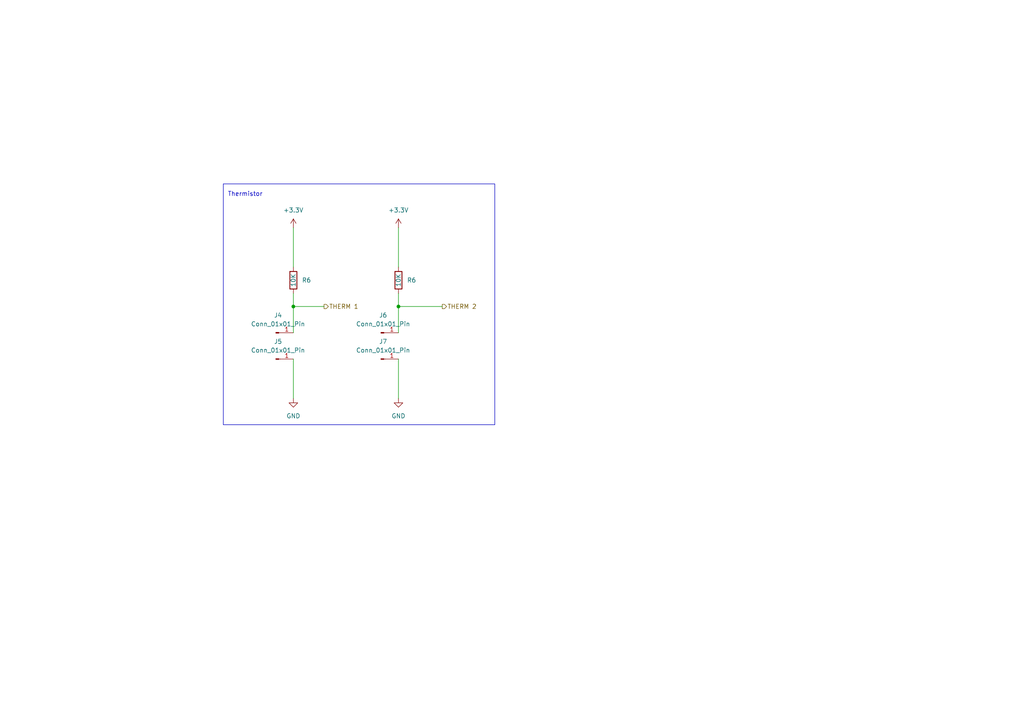
<source format=kicad_sch>
(kicad_sch (version 20230121) (generator eeschema)
  (paper "A4")
  (lib_symbols
    (symbol "Connector:Conn_01x01_Pin" (pin_names (offset 1.016) hide)
      (property "Reference" "J" (at 0 2.54 0))
      (property "Value" "Conn_01x01_Pin" (at 0 -2.54 0))
      (symbol "Conn_01x01_Pin_1_1"
        (polyline (pts (xy 1.27 0) (xy 0.8636 0)) (stroke (width 0.1524)))
        (rectangle (start 0.8636 0.127) (end 0 -0.127) (stroke (width 0.1524)) (fill (type outline)))
        (pin passive line (at 5.08 0 180) (length 3.81) (name "Pin_1") (number "1"))
      )
    )
    (symbol "Device:R" (pin_numbers hide) (pin_names (offset 0))
      (property "Reference" "R" (at 2.032 0 90))
      (property "Value" "R" (at 0 0 90))
      (symbol "R_0_1"
        (rectangle (start -1.016 -2.54) (end 1.016 2.54) (stroke (width 0.254)))
      )
      (symbol "R_1_1"
        (pin passive line (at 0 3.81 270) (length 1.27) (name "~") (number "1"))
        (pin passive line (at 0 -3.81 90) (length 1.27) (name "~") (number "2"))
      )
    )
    (symbol "power:+3.3V" (power) (pin_names (offset 0))
      (property "Value" "+3.3V" (at 0 3.556 0))
      (symbol "+3.3V_0_1"
        (polyline (pts (xy -0.762 1.27) (xy 0 2.54)))
        (polyline (pts (xy 0 0) (xy 0 2.54)))
        (polyline (pts (xy 0 2.54) (xy 0.762 1.27)))
      )
      (symbol "+3.3V_1_1"
        (pin power_in line (at 0 0 90) (length 0) hide (name "+3.3V") (number "1"))
      )
    )
    (symbol "power:GND" (power) (pin_names (offset 0))
      (property "Value" "GND" (at 0 -3.81 0))
      (symbol "GND_0_1"
        (polyline (pts (xy 0 0) (xy 0 -1.27) (xy 1.27 -1.27) (xy 0 -2.54) (xy -1.27 -1.27) (xy 0 -1.27)))
      )
      (symbol "GND_1_1"
        (pin power_in line (at 0 0 270) (length 0) hide (name "GND") (number "1"))
      )
    )
  )
  (junction (at 115.57 88.9))
  (junction (at 85.09 88.9))
  (wire (pts (xy 115.57 85.09) (xy 115.57 88.9)))
  (wire (pts (xy 115.57 104.14) (xy 115.57 115.57)))
  (wire (pts (xy 85.09 88.9) (xy 93.98 88.9)))
  (wire (pts (xy 85.09 104.14) (xy 85.09 115.57)))
  (wire (pts (xy 115.57 88.9) (xy 128.27 88.9)))
  (wire (pts (xy 85.09 88.9) (xy 85.09 96.52)))
  (wire (pts (xy 115.57 66.04) (xy 115.57 77.47)))
  (wire (pts (xy 115.57 88.9) (xy 115.57 96.52)))
  (wire (pts (xy 85.09 85.09) (xy 85.09 88.9)))
  (wire (pts (xy 85.09 66.04) (xy 85.09 77.47)))
  (rectangle (start 64.77 53.34) (end 143.51 123.19))
  (text "Thermistor" (at 66.04 57.15 0) (effects (font (size 1.27 1.27)) (justify left bottom)))
  (hierarchical_label "THERM 2" (shape output) (at 128.27 88.9 0))
  (hierarchical_label "THERM 1" (shape output) (at 93.98 88.9 0))
  (symbol (lib_id "Connector:Conn_01x01_Pin") (at 80.01 104.14 0) (unit 1)
    (property "Reference" "J5" (at 80.645 99.06 0))
    (property "Value" "Conn_01x01_Pin" (at 80.645 101.6 0))
    (property "Footprint" "Connector_PinSocket_2.54mm:PinSocket_1x01_P2.54mm_Vertical" (effects hide))
  )
  (symbol (lib_id "power:+3.3V") (at 85.09 66.04 0) (unit 1)
    (property "Reference" "#PWR018" (effects hide))
    (property "Value" "+3.3V" (at 85.09 60.96 0))
    (instances (project "Business Card PCB Hot Plate" (path "" (reference "#PWR018") (unit 1)) (path "" (reference "#PWR034") (unit 1))))
  )
  (symbol (lib_id "Device:R") (at 85.09 81.28 180) (unit 1)
    (property "Reference" "R6" (at 88.9 81.28 0))
    (property "Value" "10K" (at 85.09 81.28 90))
    (property "Footprint" "Resistor_SMD:R_0402_1005Metric" (effects hide))
    (property "LCSC" "C25744" (effects hide))
    (instances (project "Business Card PCB Hot Plate" (path "" (reference "R6") (unit 1)) (path "" (reference "R10") (unit 1))))
  )
  (symbol (lib_id "power:GND") (at 85.09 115.57 0) (unit 1)
    (property "Reference" "#PWR036" (effects hide))
    (property "Value" "GND" (at 85.09 120.65 0))
  )
  (symbol (lib_id "Device:R") (at 115.57 81.28 180) (unit 1)
    (property "Reference" "R6" (at 119.38 81.28 0))
    (property "Value" "10K" (at 115.57 81.28 90))
    (property "Footprint" "Resistor_SMD:R_0402_1005Metric" (effects hide))
    (property "LCSC" "C25744" (effects hide))
    (instances (project "Business Card PCB Hot Plate" (path "" (reference "R6") (unit 1)) (path "" (reference "R11") (unit 1))))
  )
  (symbol (lib_id "power:+3.3V") (at 115.57 66.04 0) (unit 1)
    (property "Reference" "#PWR018" (effects hide))
    (property "Value" "+3.3V" (at 115.57 60.96 0))
    (instances (project "Business Card PCB Hot Plate" (path "" (reference "#PWR018") (unit 1)) (path "" (reference "#PWR035") (unit 1))))
  )
  (symbol (lib_id "Connector:Conn_01x01_Pin") (at 80.01 96.52 0) (unit 1)
    (property "Reference" "J4" (at 80.645 91.44 0))
    (property "Value" "Conn_01x01_Pin" (at 80.645 93.98 0))
    (property "Footprint" "Connector_PinSocket_2.54mm:PinSocket_1x01_P2.54mm_Vertical" (effects hide))
  )
  (symbol (lib_id "power:GND") (at 115.57 115.57 0) (unit 1)
    (property "Reference" "#PWR037" (effects hide))
    (property "Value" "GND" (at 115.57 120.65 0))
  )
  (symbol (lib_id "Connector:Conn_01x01_Pin") (at 110.49 104.14 0) (unit 1)
    (property "Reference" "J7" (at 111.125 99.06 0))
    (property "Value" "Conn_01x01_Pin" (at 111.125 101.6 0))
    (property "Footprint" "Connector_PinSocket_2.54mm:PinSocket_1x01_P2.54mm_Vertical" (effects hide))
  )
  (symbol (lib_id "Connector:Conn_01x01_Pin") (at 110.49 96.52 0) (unit 1)
    (property "Reference" "J6" (at 111.125 91.44 0))
    (property "Value" "Conn_01x01_Pin" (at 111.125 93.98 0))
    (property "Footprint" "Connector_PinSocket_2.54mm:PinSocket_1x01_P2.54mm_Vertical" (effects hide))
  )
)
</source>
